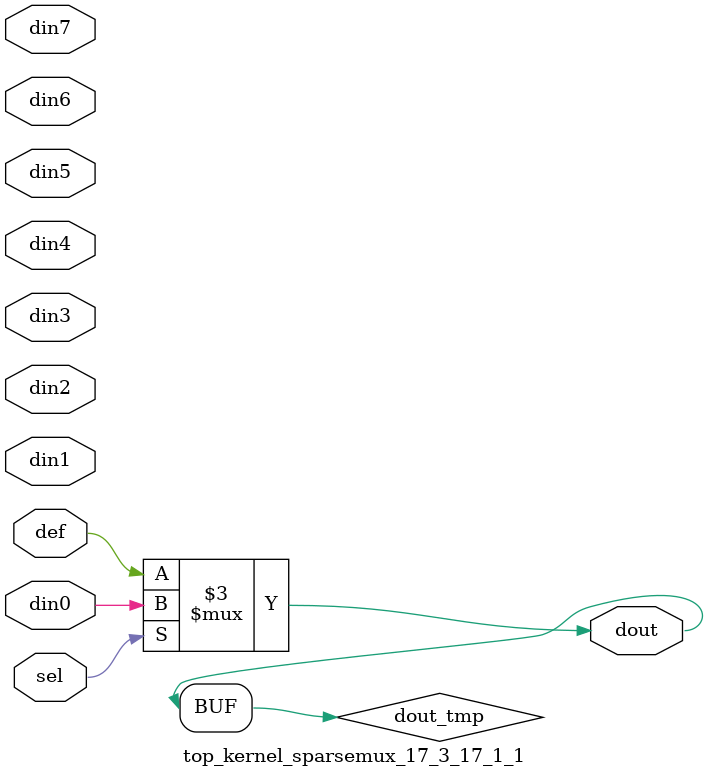
<source format=v>
`timescale 1ns / 1ps

module top_kernel_sparsemux_17_3_17_1_1 (din0,din1,din2,din3,din4,din5,din6,din7,def,sel,dout);

parameter din0_WIDTH = 1;

parameter din1_WIDTH = 1;

parameter din2_WIDTH = 1;

parameter din3_WIDTH = 1;

parameter din4_WIDTH = 1;

parameter din5_WIDTH = 1;

parameter din6_WIDTH = 1;

parameter din7_WIDTH = 1;

parameter def_WIDTH = 1;
parameter sel_WIDTH = 1;
parameter dout_WIDTH = 1;

parameter [sel_WIDTH-1:0] CASE0 = 1;

parameter [sel_WIDTH-1:0] CASE1 = 1;

parameter [sel_WIDTH-1:0] CASE2 = 1;

parameter [sel_WIDTH-1:0] CASE3 = 1;

parameter [sel_WIDTH-1:0] CASE4 = 1;

parameter [sel_WIDTH-1:0] CASE5 = 1;

parameter [sel_WIDTH-1:0] CASE6 = 1;

parameter [sel_WIDTH-1:0] CASE7 = 1;

parameter ID = 1;
parameter NUM_STAGE = 1;



input [din0_WIDTH-1:0] din0;

input [din1_WIDTH-1:0] din1;

input [din2_WIDTH-1:0] din2;

input [din3_WIDTH-1:0] din3;

input [din4_WIDTH-1:0] din4;

input [din5_WIDTH-1:0] din5;

input [din6_WIDTH-1:0] din6;

input [din7_WIDTH-1:0] din7;

input [def_WIDTH-1:0] def;
input [sel_WIDTH-1:0] sel;

output [dout_WIDTH-1:0] dout;



reg [dout_WIDTH-1:0] dout_tmp;


always @ (*) begin
(* parallel_case *) case (sel)
    
    CASE0 : dout_tmp = din0;
    
    CASE1 : dout_tmp = din1;
    
    CASE2 : dout_tmp = din2;
    
    CASE3 : dout_tmp = din3;
    
    CASE4 : dout_tmp = din4;
    
    CASE5 : dout_tmp = din5;
    
    CASE6 : dout_tmp = din6;
    
    CASE7 : dout_tmp = din7;
    
    default : dout_tmp = def;
endcase
end


assign dout = dout_tmp;



endmodule

</source>
